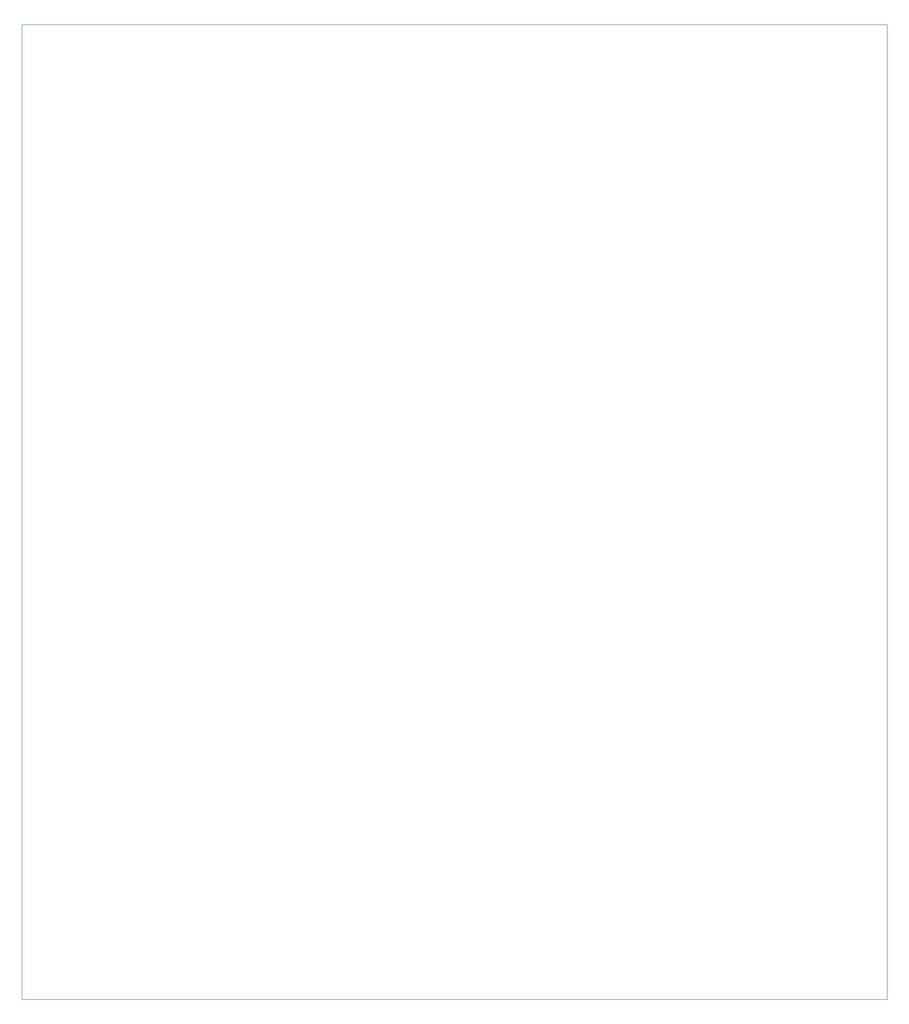
<source format=gbr>
G04 #@! TF.FileFunction,Profile,NP*
%FSLAX46Y46*%
G04 Gerber Fmt 4.6, Leading zero omitted, Abs format (unit mm)*
G04 Created by KiCad (PCBNEW 4.0.7) date Mon Feb 19 16:48:59 2018*
%MOMM*%
%LPD*%
G01*
G04 APERTURE LIST*
%ADD10C,0.100000*%
%ADD11C,0.150000*%
G04 APERTURE END LIST*
D10*
D11*
X115570000Y-375920000D02*
X115570000Y-45720000D01*
X408940000Y-375920000D02*
X115570000Y-375920000D01*
X408940000Y-45720000D02*
X408940000Y-375920000D01*
X115570000Y-45720000D02*
X408940000Y-45720000D01*
M02*

</source>
